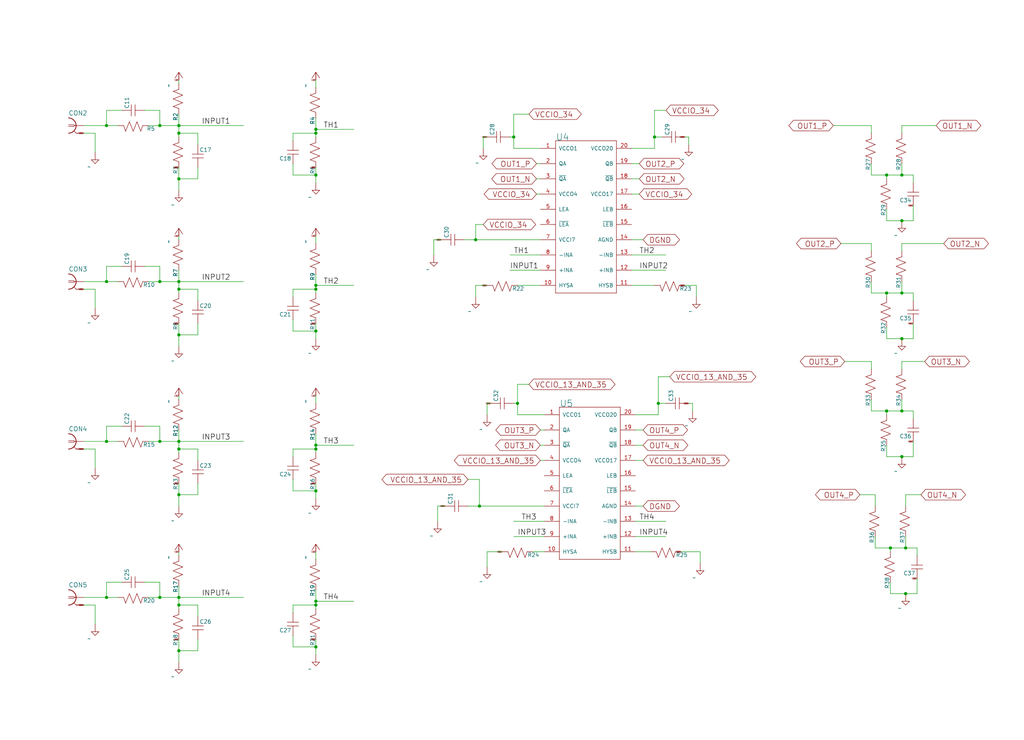
<source format=kicad_sch>
(kicad_sch (version 20211123) (generator eeschema)
  (paper "User" 341.757 246.99)
  (lib_symbols
    (symbol "carrier-eagle-import:+5V" (power) (pin_names (offset 1.016))
      (property "Value" "+5V" (at -2.54 -5.08 90))
      (symbol "+5V_1_0"
        (polyline (pts (xy 0 0) (xy -1.27 -1.905)))
        (polyline (pts (xy 1.27 -1.905) (xy 0 0)))
        (pin power_in line (at 0 -2.54 90) (length 2.54) (name "+5V") (number "1"))
      )
    )
    (symbol "carrier-eagle-import:ADCMP552" (pin_names (offset 1.016))
      (property "Reference" "U" (at -10.16 25.4 0))
      (property "Value" "ADCMP552" (at 2.54 25.4 0))
      (symbol "ADCMP552_1_0"
        (polyline (pts (xy -10.16 -25.4) (xy -10.16 25.4)))
        (polyline (pts (xy -10.16 25.4) (xy 10.16 25.4)))
        (polyline (pts (xy 10.16 -25.4) (xy -10.16 -25.4)))
        (polyline (pts (xy 10.16 25.4) (xy 10.16 -25.4)))
        (pin bidirectional line (at -15.24 22.86 0) (length 5.08) (name "VCCO1") (number "1"))
        (pin bidirectional line (at -15.24 -22.86 0) (length 5.08) (name "HYSA") (number "10"))
        (pin bidirectional line (at 15.24 -22.86 180) (length 5.08) (name "HYSB") (number "11"))
        (pin bidirectional line (at 15.24 -17.78 180) (length 5.08) (name "+INB") (number "12"))
        (pin bidirectional line (at 15.24 -12.7 180) (length 5.08) (name "-INB") (number "13"))
        (pin bidirectional line (at 15.24 -7.62 180) (length 5.08) (name "AGND") (number "14"))
        (pin bidirectional line (at 15.24 -2.54 180) (length 5.08) (name "~{LEB}") (number "15"))
        (pin bidirectional line (at 15.24 2.54 180) (length 5.08) (name "LEB") (number "16"))
        (pin bidirectional line (at 15.24 7.62 180) (length 5.08) (name "VCCO17") (number "17"))
        (pin bidirectional line (at 15.24 12.7 180) (length 5.08) (name "~{QB}") (number "18"))
        (pin bidirectional line (at 15.24 17.78 180) (length 5.08) (name "QB") (number "19"))
        (pin bidirectional line (at -15.24 17.78 0) (length 5.08) (name "QA") (number "2"))
        (pin bidirectional line (at 15.24 22.86 180) (length 5.08) (name "VCCO20") (number "20"))
        (pin bidirectional line (at -15.24 12.7 0) (length 5.08) (name "~{QA}") (number "3"))
        (pin bidirectional line (at -15.24 7.62 0) (length 5.08) (name "VCCO4") (number "4"))
        (pin bidirectional line (at -15.24 2.54 0) (length 5.08) (name "LEA") (number "5"))
        (pin bidirectional line (at -15.24 -2.54 0) (length 5.08) (name "~{LEA}") (number "6"))
        (pin bidirectional line (at -15.24 -7.62 0) (length 5.08) (name "VCCI7") (number "7"))
        (pin bidirectional line (at -15.24 -12.7 0) (length 5.08) (name "-INA") (number "8"))
        (pin bidirectional line (at -15.24 -17.78 0) (length 5.08) (name "+INA") (number "9"))
      )
    )
    (symbol "carrier-eagle-import:BNC_361V504EFT" (pin_names (offset 1.016))
      (property "Reference" "CON" (at -5.08 3.302 0))
      (property "Value" "BNC_361V504EFT" (at -5.08 -5.08 0))
      (symbol "BNC_361V504EFT_1_0"
        (arc (start -5.08 -2.54) (mid -3.2839 -1.7961) (end -2.54 0) (stroke (width 0.254)))
        (arc (start -2.54 0) (mid -3.2839 1.7961) (end -5.08 2.54) (stroke (width 0.254)))
        (polyline (pts (xy -5.08 0.254) (xy -3.302 0.254)))
        (polyline (pts (xy -3.302 -0.254) (xy -5.08 -0.254)))
        (polyline (pts (xy -3.302 0.254) (xy -3.048 0)))
        (polyline (pts (xy -3.048 0) (xy -3.302 -0.254)))
        (polyline (pts (xy -2.54 -2.54) (xy -3.302 -1.778)))
        (polyline (pts (xy -2.54 0) (xy -3.048 0)))
        (pin bidirectional line (at 0 -2.54 180) (length 2.54) (name "2") (number "GND$1"))
        (pin bidirectional line (at 0 -2.54 180) (length 2.54) (name "2") (number "GND$2"))
        (pin passive line (at 0 0 180) (length 2.54) (name "1") (number "P$1"))
      )
    )
    (symbol "carrier-eagle-import:C_MLCC_SMDCMLCC_0603" (pin_names (offset 1.016))
      (property "Reference" "C" (at 0.5588 0.0508 0))
      (property "Value" "C_MLCC_SMDCMLCC_0603" (at 0.5588 -4.3688 0))
      (symbol "C_MLCC_SMDCMLCC_0603_1_0"
        (polyline (pts (xy -1.905 -1.905) (xy 0 -1.905)))
        (polyline (pts (xy 0 -1.905) (xy 0 -5.08)))
        (polyline (pts (xy 0 -1.905) (xy 1.905 -1.905)))
        (polyline (pts (xy 0 -0.635) (xy -1.905 -0.635)))
        (polyline (pts (xy 0 -0.635) (xy 0 2.54)))
        (polyline (pts (xy 1.905 -0.635) (xy 0 -0.635)))
        (pin passive line (at 0 2.54 270) (length 0) (name "1") (number "P$1"))
        (pin passive line (at 0 -5.08 90) (length 0) (name "2") (number "P$2"))
      )
    )
    (symbol "carrier-eagle-import:DGND" (power) (pin_names (offset 1.016))
      (property "Value" "DGND" (at -2.667 -3.175 0))
      (symbol "DGND_1_0"
        (polyline (pts (xy -1.27 0) (xy 1.27 0)))
        (polyline (pts (xy 0 -1.27) (xy -1.27 0)))
        (polyline (pts (xy 1.27 0) (xy 0 -1.27)))
        (pin power_in line (at 0 2.54 270) (length 2.54) (name "DGND") (number "1"))
      )
    )
    (symbol "carrier-eagle-import:R_SMDR0603" (pin_names (offset 1.016))
      (property "Reference" "R" (at -7.2898 0.3048 0))
      (property "Value" "R_SMDR0603" (at 3.3274 0.3048 0))
      (symbol "R_SMDR0603_1_0"
        (polyline (pts (xy -3.175 0) (xy -5.08 0)))
        (polyline (pts (xy -2.54 1.905) (xy -3.175 0)))
        (polyline (pts (xy -2.54 1.905) (xy -1.27 -1.27)))
        (polyline (pts (xy -1.27 -1.27) (xy 0 1.905)))
        (polyline (pts (xy 0 1.905) (xy 1.27 -1.27)))
        (polyline (pts (xy 1.27 -1.27) (xy 2.54 1.905)))
        (polyline (pts (xy 2.54 1.905) (xy 3.175 0)))
        (polyline (pts (xy 3.175 0) (xy 5.08 0)))
        (pin passive line (at -5.08 0 0) (length 0) (name "1") (number "P$1"))
        (pin passive line (at 5.08 0 180) (length 0) (name "2") (number "P$2"))
      )
    )
  )
  (junction (at 105.41 148.59))
  (junction (at 295.91 137.16))
  (junction (at 59.69 44.45))
  (junction (at 295.91 97.79))
  (junction (at 59.69 41.91))
  (junction (at 300.99 152.4))
  (junction (at 59.69 59.69))
  (junction (at 302.26 198.12))
  (junction (at 105.41 215.9))
  (junction (at 160.02 168.91))
  (junction (at 59.69 199.39))
  (junction (at 59.69 147.32))
  (junction (at 105.41 149.86))
  (junction (at 105.41 44.45))
  (junction (at 59.69 201.93))
  (junction (at 300.99 113.03))
  (junction (at 105.41 43.18))
  (junction (at 53.34 199.39))
  (junction (at 59.69 149.86))
  (junction (at 302.26 182.88))
  (junction (at 105.41 95.25))
  (junction (at 59.69 165.1))
  (junction (at 53.34 93.98))
  (junction (at 59.69 93.98))
  (junction (at 35.56 41.91))
  (junction (at 158.75 80.01))
  (junction (at 300.99 137.16))
  (junction (at 171.45 45.72))
  (junction (at 53.34 147.32))
  (junction (at 300.99 97.79))
  (junction (at 105.41 201.93))
  (junction (at 105.41 200.66))
  (junction (at 35.56 199.39))
  (junction (at 300.99 73.66))
  (junction (at 105.41 58.42))
  (junction (at 295.91 58.42))
  (junction (at 105.41 110.49))
  (junction (at 59.69 111.76))
  (junction (at 218.44 45.72))
  (junction (at 59.69 217.17))
  (junction (at 105.41 96.52))
  (junction (at 53.34 41.91))
  (junction (at 300.99 58.42))
  (junction (at 219.71 134.62))
  (junction (at 35.56 147.32))
  (junction (at 172.72 134.62))
  (junction (at 105.41 163.83))
  (junction (at 35.56 93.98))
  (junction (at 297.18 182.88))
  (junction (at 59.69 96.52))
  (wire (pts (xy 66.04 165.1) (xy 59.69 165.1)))
  (wire (pts (xy 290.83 83.82) (xy 290.83 81.28)))
  (wire (pts (xy 297.18 198.12) (xy 297.18 194.31)))
  (wire (pts (xy 97.79 212.09) (xy 97.79 215.9)))
  (wire (pts (xy 180.34 59.69) (xy 179.07 59.69)))
  (wire (pts (xy 304.8 107.95) (xy 304.8 113.03)))
  (wire (pts (xy 59.69 59.69) (xy 59.69 63.5)))
  (wire (pts (xy 59.69 201.93) (xy 59.69 203.2)))
  (wire (pts (xy 105.41 184.15) (xy 105.41 186.69)))
  (wire (pts (xy 158.75 74.93) (xy 161.29 74.93)))
  (wire (pts (xy 300.99 123.19) (xy 300.99 120.65)))
  (wire (pts (xy 105.41 91.44) (xy 105.41 95.25)))
  (wire (pts (xy 156.21 160.02) (xy 160.02 160.02)))
  (wire (pts (xy 59.69 93.98) (xy 59.69 96.52)))
  (wire (pts (xy 171.45 45.72) (xy 171.45 49.53)))
  (wire (pts (xy 228.6 95.25) (xy 232.41 95.25)))
  (wire (pts (xy 97.79 152.4) (xy 97.79 149.86)))
  (wire (pts (xy 59.69 44.45) (xy 59.69 45.72)))
  (wire (pts (xy 180.34 90.17) (xy 170.18 90.17)))
  (wire (pts (xy 105.41 44.45) (xy 105.41 45.72)))
  (wire (pts (xy 27.94 44.45) (xy 31.75 44.45)))
  (wire (pts (xy 171.45 134.62) (xy 172.72 134.62)))
  (wire (pts (xy 212.09 153.67) (xy 214.63 153.67)))
  (wire (pts (xy 218.44 45.72) (xy 220.98 45.72)))
  (wire (pts (xy 229.87 134.62) (xy 231.14 134.62)))
  (wire (pts (xy 59.69 147.32) (xy 81.28 147.32)))
  (wire (pts (xy 219.71 138.43) (xy 212.09 138.43)))
  (wire (pts (xy 148.59 168.91) (xy 146.05 168.91)))
  (wire (pts (xy 210.82 64.77) (xy 213.36 64.77)))
  (wire (pts (xy 158.75 80.01) (xy 158.75 74.93)))
  (wire (pts (xy 105.41 43.18) (xy 118.11 43.18)))
  (wire (pts (xy 302.26 182.88) (xy 297.18 182.88)))
  (wire (pts (xy 53.34 142.24) (xy 53.34 147.32)))
  (wire (pts (xy 292.1 182.88) (xy 297.18 182.88)))
  (wire (pts (xy 304.8 97.79) (xy 304.8 100.33)))
  (wire (pts (xy 97.79 110.49) (xy 105.41 110.49)))
  (wire (pts (xy 66.04 217.17) (xy 59.69 217.17)))
  (wire (pts (xy 105.41 132.08) (xy 105.41 134.62)))
  (wire (pts (xy 59.69 41.91) (xy 59.69 44.45)))
  (wire (pts (xy 66.04 213.36) (xy 66.04 217.17)))
  (wire (pts (xy 181.61 148.59) (xy 180.34 148.59)))
  (wire (pts (xy 180.34 80.01) (xy 158.75 80.01)))
  (wire (pts (xy 105.41 196.85) (xy 105.41 200.66)))
  (wire (pts (xy 181.61 184.15) (xy 177.8 184.15)))
  (wire (pts (xy 290.83 133.35) (xy 290.83 137.16)))
  (wire (pts (xy 97.79 160.02) (xy 97.79 163.83)))
  (wire (pts (xy 163.83 134.62) (xy 162.56 134.62)))
  (wire (pts (xy 300.99 97.79) (xy 304.8 97.79)))
  (wire (pts (xy 180.34 85.09) (xy 170.18 85.09)))
  (wire (pts (xy 304.8 152.4) (xy 300.99 152.4)))
  (wire (pts (xy 49.53 147.32) (xy 53.34 147.32)))
  (wire (pts (xy 27.94 96.52) (xy 31.75 96.52)))
  (wire (pts (xy 53.34 194.31) (xy 53.34 199.39)))
  (wire (pts (xy 59.69 38.1) (xy 59.69 41.91)))
  (wire (pts (xy 105.41 144.78) (xy 105.41 148.59)))
  (wire (pts (xy 295.91 58.42) (xy 295.91 59.69)))
  (wire (pts (xy 295.91 113.03) (xy 295.91 109.22)))
  (wire (pts (xy 304.8 147.32) (xy 304.8 152.4)))
  (wire (pts (xy 171.45 49.53) (xy 180.34 49.53)))
  (wire (pts (xy 210.82 80.01) (xy 214.63 80.01)))
  (wire (pts (xy 59.69 41.91) (xy 81.28 41.91)))
  (wire (pts (xy 290.83 81.28) (xy 280.67 81.28)))
  (wire (pts (xy 59.69 44.45) (xy 66.04 44.45)))
  (wire (pts (xy 172.72 128.27) (xy 172.72 134.62)))
  (wire (pts (xy 290.83 137.16) (xy 295.91 137.16)))
  (wire (pts (xy 105.41 95.25) (xy 118.11 95.25)))
  (wire (pts (xy 304.8 113.03) (xy 300.99 113.03)))
  (wire (pts (xy 59.69 143.51) (xy 59.69 147.32)))
  (wire (pts (xy 290.83 44.45) (xy 290.83 41.91)))
  (wire (pts (xy 300.99 58.42) (xy 304.8 58.42)))
  (wire (pts (xy 302.26 179.07) (xy 302.26 182.88)))
  (wire (pts (xy 181.61 168.91) (xy 160.02 168.91)))
  (wire (pts (xy 59.69 111.76) (xy 59.69 115.57)))
  (wire (pts (xy 295.91 137.16) (xy 295.91 138.43)))
  (wire (pts (xy 223.52 125.73) (xy 219.71 125.73)))
  (wire (pts (xy 105.41 78.74) (xy 105.41 81.28)))
  (wire (pts (xy 105.41 213.36) (xy 105.41 215.9)))
  (wire (pts (xy 105.41 148.59) (xy 118.11 148.59)))
  (wire (pts (xy 35.56 41.91) (xy 39.37 41.91)))
  (wire (pts (xy 302.26 165.1) (xy 307.34 165.1)))
  (wire (pts (xy 105.41 201.93) (xy 105.41 203.2)))
  (wire (pts (xy 59.69 217.17) (xy 59.69 220.98)))
  (wire (pts (xy 59.69 149.86) (xy 59.69 151.13)))
  (wire (pts (xy 59.69 78.74) (xy 59.69 80.01)))
  (wire (pts (xy 31.75 149.86) (xy 31.75 156.21)))
  (wire (pts (xy 105.41 39.37) (xy 105.41 43.18)))
  (wire (pts (xy 292.1 168.91) (xy 292.1 165.1)))
  (wire (pts (xy 162.56 184.15) (xy 162.56 189.23)))
  (wire (pts (xy 66.04 55.88) (xy 66.04 59.69)))
  (wire (pts (xy 48.26 194.31) (xy 53.34 194.31)))
  (wire (pts (xy 300.99 93.98) (xy 300.99 97.79)))
  (wire (pts (xy 300.99 137.16) (xy 304.8 137.16)))
  (wire (pts (xy 228.6 45.72) (xy 229.87 45.72)))
  (wire (pts (xy 162.56 45.72) (xy 161.29 45.72)))
  (wire (pts (xy 302.26 182.88) (xy 306.07 182.88)))
  (wire (pts (xy 300.99 44.45) (xy 300.99 41.91)))
  (wire (pts (xy 97.79 106.68) (xy 97.79 110.49)))
  (wire (pts (xy 105.41 107.95) (xy 105.41 110.49)))
  (wire (pts (xy 59.69 199.39) (xy 81.28 199.39)))
  (wire (pts (xy 219.71 134.62) (xy 219.71 138.43)))
  (wire (pts (xy 53.34 88.9) (xy 53.34 93.98)))
  (wire (pts (xy 59.69 132.08) (xy 59.69 133.35)))
  (wire (pts (xy 304.8 73.66) (xy 300.99 73.66)))
  (wire (pts (xy 180.34 54.61) (xy 179.07 54.61)))
  (wire (pts (xy 35.56 147.32) (xy 39.37 147.32)))
  (wire (pts (xy 170.18 45.72) (xy 171.45 45.72)))
  (wire (pts (xy 105.41 148.59) (xy 105.41 149.86)))
  (wire (pts (xy 66.04 161.29) (xy 66.04 165.1)))
  (wire (pts (xy 158.75 95.25) (xy 158.75 99.06)))
  (wire (pts (xy 105.41 163.83) (xy 105.41 166.37)))
  (wire (pts (xy 212.09 168.91) (xy 214.63 168.91)))
  (wire (pts (xy 300.99 58.42) (xy 295.91 58.42)))
  (wire (pts (xy 40.64 88.9) (xy 35.56 88.9)))
  (wire (pts (xy 210.82 95.25) (xy 218.44 95.25)))
  (wire (pts (xy 59.69 96.52) (xy 66.04 96.52)))
  (wire (pts (xy 181.61 179.07) (xy 171.45 179.07)))
  (wire (pts (xy 53.34 93.98) (xy 59.69 93.98)))
  (wire (pts (xy 97.79 201.93) (xy 105.41 201.93)))
  (wire (pts (xy 66.04 111.76) (xy 59.69 111.76)))
  (wire (pts (xy 105.41 96.52) (xy 105.41 97.79)))
  (wire (pts (xy 105.41 200.66) (xy 105.41 201.93)))
  (wire (pts (xy 218.44 36.83) (xy 222.25 36.83)))
  (wire (pts (xy 144.78 80.01) (xy 144.78 85.09)))
  (wire (pts (xy 31.75 44.45) (xy 31.75 50.8)))
  (wire (pts (xy 290.83 41.91) (xy 278.13 41.91)))
  (wire (pts (xy 59.69 213.36) (xy 59.69 217.17)))
  (wire (pts (xy 300.99 41.91) (xy 312.42 41.91)))
  (wire (pts (xy 66.04 44.45) (xy 66.04 48.26)))
  (wire (pts (xy 97.79 58.42) (xy 105.41 58.42)))
  (wire (pts (xy 304.8 137.16) (xy 304.8 139.7)))
  (wire (pts (xy 219.71 125.73) (xy 219.71 134.62)))
  (wire (pts (xy 300.99 54.61) (xy 300.99 58.42)))
  (wire (pts (xy 31.75 201.93) (xy 31.75 208.28)))
  (wire (pts (xy 49.53 199.39) (xy 53.34 199.39)))
  (wire (pts (xy 181.61 143.51) (xy 180.34 143.51)))
  (wire (pts (xy 290.83 93.98) (xy 290.83 97.79)))
  (wire (pts (xy 105.41 215.9) (xy 105.41 218.44)))
  (wire (pts (xy 59.69 161.29) (xy 59.69 165.1)))
  (wire (pts (xy 290.83 120.65) (xy 281.94 120.65)))
  (wire (pts (xy 218.44 49.53) (xy 210.82 49.53)))
  (wire (pts (xy 233.68 184.15) (xy 233.68 187.96)))
  (wire (pts (xy 210.82 59.69) (xy 213.36 59.69)))
  (wire (pts (xy 300.99 113.03) (xy 295.91 113.03)))
  (wire (pts (xy 302.26 168.91) (xy 302.26 165.1)))
  (wire (pts (xy 97.79 44.45) (xy 105.41 44.45)))
  (wire (pts (xy 59.69 90.17) (xy 59.69 93.98)))
  (wire (pts (xy 59.69 107.95) (xy 59.69 111.76)))
  (wire (pts (xy 59.69 195.58) (xy 59.69 199.39)))
  (wire (pts (xy 66.04 201.93) (xy 66.04 205.74)))
  (wire (pts (xy 105.41 95.25) (xy 105.41 96.52)))
  (wire (pts (xy 105.41 110.49) (xy 105.41 113.03)))
  (wire (pts (xy 306.07 193.04) (xy 306.07 198.12)))
  (wire (pts (xy 171.45 38.1) (xy 176.53 38.1)))
  (wire (pts (xy 59.69 96.52) (xy 59.69 97.79)))
  (wire (pts (xy 27.94 93.98) (xy 35.56 93.98)))
  (wire (pts (xy 218.44 45.72) (xy 218.44 49.53)))
  (wire (pts (xy 212.09 143.51) (xy 214.63 143.51)))
  (wire (pts (xy 48.26 142.24) (xy 53.34 142.24)))
  (wire (pts (xy 31.75 96.52) (xy 31.75 102.87)))
  (wire (pts (xy 172.72 134.62) (xy 172.72 138.43)))
  (wire (pts (xy 300.99 137.16) (xy 295.91 137.16)))
  (wire (pts (xy 160.02 160.02) (xy 160.02 168.91)))
  (wire (pts (xy 212.09 184.15) (xy 217.17 184.15)))
  (wire (pts (xy 222.25 179.07) (xy 212.09 179.07)))
  (wire (pts (xy 66.04 59.69) (xy 59.69 59.69)))
  (wire (pts (xy 105.41 26.67) (xy 105.41 29.21)))
  (wire (pts (xy 53.34 147.32) (xy 59.69 147.32)))
  (wire (pts (xy 162.56 134.62) (xy 162.56 138.43)))
  (wire (pts (xy 290.83 123.19) (xy 290.83 120.65)))
  (wire (pts (xy 27.94 199.39) (xy 35.56 199.39)))
  (wire (pts (xy 232.41 95.25) (xy 232.41 99.06)))
  (wire (pts (xy 48.26 88.9) (xy 53.34 88.9)))
  (wire (pts (xy 49.53 41.91) (xy 53.34 41.91)))
  (wire (pts (xy 97.79 149.86) (xy 105.41 149.86)))
  (wire (pts (xy 53.34 36.83) (xy 53.34 41.91)))
  (wire (pts (xy 306.07 182.88) (xy 306.07 185.42)))
  (wire (pts (xy 210.82 54.61) (xy 213.36 54.61)))
  (wire (pts (xy 105.41 149.86) (xy 105.41 151.13)))
  (wire (pts (xy 300.99 83.82) (xy 300.99 81.28)))
  (wire (pts (xy 27.94 41.91) (xy 35.56 41.91)))
  (wire (pts (xy 295.91 97.79) (xy 295.91 99.06)))
  (wire (pts (xy 171.45 38.1) (xy 171.45 45.72)))
  (wire (pts (xy 295.91 152.4) (xy 295.91 148.59)))
  (wire (pts (xy 59.69 199.39) (xy 59.69 201.93)))
  (wire (pts (xy 227.33 184.15) (xy 233.68 184.15)))
  (wire (pts (xy 59.69 147.32) (xy 59.69 149.86)))
  (wire (pts (xy 66.04 107.95) (xy 66.04 111.76)))
  (wire (pts (xy 27.94 149.86) (xy 31.75 149.86)))
  (wire (pts (xy 162.56 95.25) (xy 158.75 95.25)))
  (wire (pts (xy 97.79 99.06) (xy 97.79 96.52)))
  (wire (pts (xy 40.64 36.83) (xy 35.56 36.83)))
  (wire (pts (xy 306.07 198.12) (xy 302.26 198.12)))
  (wire (pts (xy 27.94 147.32) (xy 35.56 147.32)))
  (wire (pts (xy 35.56 36.83) (xy 35.56 41.91)))
  (wire (pts (xy 59.69 184.15) (xy 59.69 185.42)))
  (wire (pts (xy 292.1 179.07) (xy 292.1 182.88)))
  (wire (pts (xy 304.8 68.58) (xy 304.8 73.66)))
  (wire (pts (xy 59.69 149.86) (xy 66.04 149.86)))
  (wire (pts (xy 160.02 168.91) (xy 156.21 168.91)))
  (wire (pts (xy 35.56 142.24) (xy 35.56 147.32)))
  (wire (pts (xy 105.41 43.18) (xy 105.41 44.45)))
  (wire (pts (xy 48.26 36.83) (xy 53.34 36.83)))
  (wire (pts (xy 210.82 85.09) (xy 222.25 85.09)))
  (wire (pts (xy 292.1 165.1) (xy 287.02 165.1)))
  (wire (pts (xy 300.99 152.4) (xy 295.91 152.4)))
  (wire (pts (xy 167.64 184.15) (xy 162.56 184.15)))
  (wire (pts (xy 176.53 128.27) (xy 172.72 128.27)))
  (wire (pts (xy 59.69 93.98) (xy 81.28 93.98)))
  (wire (pts (xy 210.82 90.17) (xy 222.25 90.17)))
  (wire (pts (xy 35.56 88.9) (xy 35.56 93.98)))
  (wire (pts (xy 59.69 26.67) (xy 59.69 27.94)))
  (wire (pts (xy 40.64 194.31) (xy 35.56 194.31)))
  (wire (pts (xy 212.09 148.59) (xy 214.63 148.59)))
  (wire (pts (xy 172.72 138.43) (xy 181.61 138.43)))
  (wire (pts (xy 290.83 58.42) (xy 295.91 58.42)))
  (wire (pts (xy 158.75 80.01) (xy 154.94 80.01)))
  (wire (pts (xy 59.69 165.1) (xy 59.69 168.91)))
  (wire (pts (xy 105.41 161.29) (xy 105.41 163.83)))
  (wire (pts (xy 180.34 95.25) (xy 172.72 95.25)))
  (wire (pts (xy 290.83 54.61) (xy 290.83 58.42)))
  (wire (pts (xy 105.41 55.88) (xy 105.41 58.42)))
  (wire (pts (xy 297.18 182.88) (xy 297.18 184.15)))
  (wire (pts (xy 218.44 36.83) (xy 218.44 45.72)))
  (wire (pts (xy 222.25 173.99) (xy 212.09 173.99)))
  (wire (pts (xy 97.79 54.61) (xy 97.79 58.42)))
  (wire (pts (xy 300.99 73.66) (xy 295.91 73.66)))
  (wire (pts (xy 97.79 204.47) (xy 97.79 201.93)))
  (wire (pts (xy 181.61 173.99) (xy 171.45 173.99)))
  (wire (pts (xy 59.69 55.88) (xy 59.69 59.69)))
  (wire (pts (xy 180.34 64.77) (xy 179.07 64.77)))
  (wire (pts (xy 53.34 199.39) (xy 59.69 199.39)))
  (wire (pts (xy 146.05 168.91) (xy 146.05 173.99)))
  (wire (pts (xy 66.04 149.86) (xy 66.04 153.67)))
  (wire (pts (xy 97.79 96.52) (xy 105.41 96.52)))
  (wire (pts (xy 295.91 73.66) (xy 295.91 69.85)))
  (wire (pts (xy 53.34 41.91) (xy 59.69 41.91)))
  (wire (pts (xy 219.71 134.62) (xy 222.25 134.62)))
  (wire (pts (xy 147.32 80.01) (xy 144.78 80.01)))
  (wire (pts (xy 105.41 58.42) (xy 105.41 60.96)))
  (wire (pts (xy 35.56 194.31) (xy 35.56 199.39)))
  (wire (pts (xy 66.04 96.52) (xy 66.04 100.33)))
  (wire (pts (xy 35.56 93.98) (xy 39.37 93.98)))
  (wire (pts (xy 161.29 45.72) (xy 161.29 49.53)))
  (wire (pts (xy 290.83 97.79) (xy 295.91 97.79)))
  (wire (pts (xy 59.69 201.93) (xy 66.04 201.93)))
  (wire (pts (xy 97.79 46.99) (xy 97.79 44.45)))
  (wire (pts (xy 105.41 200.66) (xy 118.11 200.66)))
  (wire (pts (xy 300.99 133.35) (xy 300.99 137.16)))
  (wire (pts (xy 97.79 215.9) (xy 105.41 215.9)))
  (wire (pts (xy 27.94 201.93) (xy 31.75 201.93)))
  (wire (pts (xy 229.87 45.72) (xy 229.87 48.26)))
  (wire (pts (xy 302.26 198.12) (xy 297.18 198.12)))
  (wire (pts (xy 97.79 163.83) (xy 105.41 163.83)))
  (wire (pts (xy 35.56 199.39) (xy 39.37 199.39)))
  (wire (pts (xy 304.8 58.42) (xy 304.8 60.96)))
  (wire (pts (xy 181.61 153.67) (xy 180.34 153.67)))
  (wire (pts (xy 231.14 134.62) (xy 231.14 137.16)))
  (wire (pts (xy 300.99 97.79) (xy 295.91 97.79)))
  (wire (pts (xy 300.99 81.28) (xy 314.96 81.28)))
  (wire (pts (xy 300.99 120.65) (xy 308.61 120.65)))
  (wire (pts (xy 40.64 142.24) (xy 35.56 142.24)))
  (wire (pts (xy 49.53 93.98) (xy 53.34 93.98)))
  (label "TH1" (at 171.45 85.09 0) (effects (font (size 1.778 1.778))))
  (label "INPUT2" (at 213.36 90.17 0) (effects (font (size 1.778 1.778))))
  (label "TH4" (at 107.95 200.66 0) (effects (font (size 1.778 1.778))))
  (label "TH2" (at 213.36 85.09 0) (effects (font (size 1.778 1.778))))
  (label "TH2" (at 107.95 95.25 0) (effects (font (size 1.778 1.778))))
  (label "TH3" (at 173.99 173.99 0) (effects (font (size 1.778 1.778))))
  (label "INPUT3" (at 172.72 179.07 0) (effects (font (size 1.778 1.778))))
  (label "TH1" (at 107.95 43.18 0) (effects (font (size 1.778 1.778))))
  (label "INPUT1" (at 170.18 90.17 0) (effects (font (size 1.778 1.778))))
  (label "INPUT4" (at 67.31 199.39 0) (effects (font (size 1.778 1.778))))
  (label "TH3" (at 107.95 148.59 0) (effects (font (size 1.778 1.778))))
  (label "INPUT4" (at 213.36 179.07 0) (effects (font (size 1.778 1.778))))
  (label "TH4" (at 213.36 173.99 0) (effects (font (size 1.778 1.778))))
  (label "INPUT2" (at 67.31 93.98 0) (effects (font (size 1.778 1.778))))
  (label "INPUT3" (at 67.31 147.32 0) (effects (font (size 1.778 1.778))))
  (label "INPUT1" (at 67.31 41.91 0) (effects (font (size 1.778 1.778))))
  (global_label "OUT4_N" (shape bidirectional) (at 307.34 165.1 0) (effects (font (size 1.778 1.778))) (property "Intersheet References" "${INTERSHEET_REFS}" (effects hide)))
  (global_label "+5V" (shape bidirectional) (at 105.41 26.67 180) (effects (font (size 0.254 0.254))) (property "Intersheet References" "${INTERSHEET_REFS}" (effects hide)))
  (global_label "VCCIO_13_AND_35" (shape bidirectional) (at 176.53 128.27 0) (effects (font (size 1.778 1.778))) (property "Intersheet References" "${INTERSHEET_REFS}" (effects hide)))
  (global_label "DGND" (shape bidirectional) (at 227.33 184.15 180) (effects (font (size 0.254 0.254))) (property "Intersheet References" "${INTERSHEET_REFS}" (effects hide)))
  (global_label "DGND" (shape bidirectional) (at 148.59 168.91 180) (effects (font (size 0.254 0.254))) (property "Intersheet References" "${INTERSHEET_REFS}" (effects hide)))
  (global_label "+5V" (shape bidirectional) (at 105.41 78.74 180) (effects (font (size 0.254 0.254))) (property "Intersheet References" "${INTERSHEET_REFS}" (effects hide)))
  (global_label "VCCIO_34" (shape bidirectional) (at 213.36 64.77 0) (effects (font (size 1.778 1.778))) (property "Intersheet References" "${INTERSHEET_REFS}" (effects hide)))
  (global_label "DGND" (shape bidirectional) (at 105.41 161.29 180) (effects (font (size 0.254 0.254))) (property "Intersheet References" "${INTERSHEET_REFS}" (effects hide)))
  (global_label "VCCIO_34" (shape bidirectional) (at 176.53 38.1 0) (effects (font (size 1.778 1.778))) (property "Intersheet References" "${INTERSHEET_REFS}" (effects hide)))
  (global_label "VCCIO_13_AND_35" (shape bidirectional) (at 223.52 125.73 0) (effects (font (size 1.778 1.778))) (property "Intersheet References" "${INTERSHEET_REFS}" (effects hide)))
  (global_label "VCCIO_34" (shape bidirectional) (at 161.29 74.93 0) (effects (font (size 1.778 1.778))) (property "Intersheet References" "${INTERSHEET_REFS}" (effects hide)))
  (global_label "OUT4_N" (shape bidirectional) (at 214.63 148.59 0) (effects (font (size 1.778 1.778))) (property "Intersheet References" "${INTERSHEET_REFS}" (effects hide)))
  (global_label "OUT2_P" (shape bidirectional) (at 280.67 81.28 180) (effects (font (size 1.778 1.778))) (property "Intersheet References" "${INTERSHEET_REFS}" (effects hide)))
  (global_label "+5V" (shape bidirectional) (at 59.69 78.74 180) (effects (font (size 0.254 0.254))) (property "Intersheet References" "${INTERSHEET_REFS}" (effects hide)))
  (global_label "OUT3_P" (shape bidirectional) (at 180.34 143.51 180) (effects (font (size 1.778 1.778))) (property "Intersheet References" "${INTERSHEET_REFS}" (effects hide)))
  (global_label "OUT1_P" (shape bidirectional) (at 278.13 41.91 180) (effects (font (size 1.778 1.778))) (property "Intersheet References" "${INTERSHEET_REFS}" (effects hide)))
  (global_label "+5V" (shape bidirectional) (at 59.69 132.08 180) (effects (font (size 0.254 0.254))) (property "Intersheet References" "${INTERSHEET_REFS}" (effects hide)))
  (global_label "DGND" (shape bidirectional) (at 304.8 147.32 180) (effects (font (size 0.254 0.254))) (property "Intersheet References" "${INTERSHEET_REFS}" (effects hide)))
  (global_label "+5V" (shape bidirectional) (at 105.41 132.08 180) (effects (font (size 0.254 0.254))) (property "Intersheet References" "${INTERSHEET_REFS}" (effects hide)))
  (global_label "DGND" (shape bidirectional) (at 214.63 168.91 0) (effects (font (size 1.778 1.778))) (property "Intersheet References" "${INTERSHEET_REFS}" (effects hide)))
  (global_label "OUT2_P" (shape bidirectional) (at 213.36 54.61 0) (effects (font (size 1.778 1.778))) (property "Intersheet References" "${INTERSHEET_REFS}" (effects hide)))
  (global_label "DGND" (shape bidirectional) (at 105.41 107.95 180) (effects (font (size 0.254 0.254))) (property "Intersheet References" "${INTERSHEET_REFS}" (effects hide)))
  (global_label "DGND" (shape bidirectional) (at 59.69 213.36 180) (effects (font (size 0.254 0.254))) (property "Intersheet References" "${INTERSHEET_REFS}" (effects hide)))
  (global_label "DGND" (shape bidirectional) (at 59.69 161.29 180) (effects (font (size 0.254 0.254))) (property "Intersheet References" "${INTERSHEET_REFS}" (effects hide)))
  (global_label "OUT1_N" (shape bidirectional) (at 312.42 41.91 0) (effects (font (size 1.778 1.778))) (property "Intersheet References" "${INTERSHEET_REFS}" (effects hide)))
  (global_label "OUT2_N" (shape bidirectional) (at 213.36 59.69 0) (effects (font (size 1.778 1.778))) (property "Intersheet References" "${INTERSHEET_REFS}" (effects hide)))
  (global_label "OUT1_N" (shape bidirectional) (at 179.07 59.69 180) (effects (font (size 1.778 1.778))) (property "Intersheet References" "${INTERSHEET_REFS}" (effects hide)))
  (global_label "VCCIO_13_AND_35" (shape bidirectional) (at 180.34 153.67 180) (effects (font (size 1.778 1.778))) (property "Intersheet References" "${INTERSHEET_REFS}" (effects hide)))
  (global_label "VCCIO_34" (shape bidirectional) (at 179.07 64.77 180) (effects (font (size 1.778 1.778))) (property "Intersheet References" "${INTERSHEET_REFS}" (effects hide)))
  (global_label "DGND" (shape bidirectional) (at 304.8 68.58 180) (effects (font (size 0.254 0.254))) (property "Intersheet References" "${INTERSHEET_REFS}" (effects hide)))
  (global_label "DGND" (shape bidirectional) (at 229.87 134.62 180) (effects (font (size 0.254 0.254))) (property "Intersheet References" "${INTERSHEET_REFS}" (effects hide)))
  (global_label "DGND" (shape bidirectional) (at 304.8 107.95 180) (effects (font (size 0.254 0.254))) (property "Intersheet References" "${INTERSHEET_REFS}" (effects hide)))
  (global_label "OUT4_P" (shape bidirectional) (at 287.02 165.1 180) (effects (font (size 1.778 1.778))) (property "Intersheet References" "${INTERSHEET_REFS}" (effects hide)))
  (global_label "+5V" (shape bidirectional) (at 59.69 184.15 180) (effects (font (size 0.254 0.254))) (property "Intersheet References" "${INTERSHEET_REFS}" (effects hide)))
  (global_label "OUT4_P" (shape bidirectional) (at 214.63 143.51 0) (effects (font (size 1.778 1.778))) (property "Intersheet References" "${INTERSHEET_REFS}" (effects hide)))
  (global_label "DGND" (shape bidirectional) (at 228.6 45.72 180) (effects (font (size 0.254 0.254))) (property "Intersheet References" "${INTERSHEET_REFS}" (effects hide)))
  (global_label "DGND" (shape bidirectional) (at 214.63 80.01 0) (effects (font (size 1.778 1.778))) (property "Intersheet References" "${INTERSHEET_REFS}" (effects hide)))
  (global_label "+5V" (shape bidirectional) (at 105.41 184.15 180) (effects (font (size 0.254 0.254))) (property "Intersheet References" "${INTERSHEET_REFS}" (effects hide)))
  (global_label "VCCIO_34" (shape bidirectional) (at 222.25 36.83 0) (effects (font (size 1.778 1.778))) (property "Intersheet References" "${INTERSHEET_REFS}" (effects hide)))
  (global_label "OUT3_N" (shape bidirectional) (at 308.61 120.65 0) (effects (font (size 1.778 1.778))) (property "Intersheet References" "${INTERSHEET_REFS}" (effects hide)))
  (global_label "DGND" (shape bidirectional) (at 105.41 55.88 180) (effects (font (size 0.254 0.254))) (property "Intersheet References" "${INTERSHEET_REFS}" (effects hide)))
  (global_label "DGND" (shape bidirectional) (at 105.41 213.36 180) (effects (font (size 0.254 0.254))) (property "Intersheet References" "${INTERSHEET_REFS}" (effects hide)))
  (global_label "OUT3_N" (shape bidirectional) (at 180.34 148.59 180) (effects (font (size 1.778 1.778))) (property "Intersheet References" "${INTERSHEET_REFS}" (effects hide)))
  (global_label "DGND" (shape bidirectional) (at 27.94 201.93 180) (effects (font (size 0.254 0.254))) (property "Intersheet References" "${INTERSHEET_REFS}" (effects hide)))
  (global_label "DGND" (shape bidirectional) (at 59.69 107.95 180) (effects (font (size 0.254 0.254))) (property "Intersheet References" "${INTERSHEET_REFS}" (effects hide)))
  (global_label "DGND" (shape bidirectional) (at 27.94 44.45 180) (effects (font (size 0.254 0.254))) (property "Intersheet References" "${INTERSHEET_REFS}" (effects hide)))
  (global_label "DGND" (shape bidirectional) (at 167.64 184.15 180) (effects (font (size 0.254 0.254))) (property "Intersheet References" "${INTERSHEET_REFS}" (effects hide)))
  (global_label "OUT2_N" (shape bidirectional) (at 314.96 81.28 0) (effects (font (size 1.778 1.778))) (property "Intersheet References" "${INTERSHEET_REFS}" (effects hide)))
  (global_label "DGND" (shape bidirectional) (at 163.83 134.62 180) (effects (font (size 0.254 0.254))) (property "Intersheet References" "${INTERSHEET_REFS}" (effects hide)))
  (global_label "VCCIO_13_AND_35" (shape bidirectional) (at 156.21 160.02 180) (effects (font (size 1.778 1.778))) (property "Intersheet References" "${INTERSHEET_REFS}" (effects hide)))
  (global_label "DGND" (shape bidirectional) (at 147.32 80.01 180) (effects (font (size 0.254 0.254))) (property "Intersheet References" "${INTERSHEET_REFS}" (effects hide)))
  (global_label "DGND" (shape bidirectional) (at 306.07 193.04 180) (effects (font (size 0.254 0.254))) (property "Intersheet References" "${INTERSHEET_REFS}" (effects hide)))
  (global_label "+5V" (shape bidirectional) (at 59.69 26.67 180) (effects (font (size 0.254 0.254))) (property "Intersheet References" "${INTERSHEET_REFS}" (effects hide)))
  (global_label "DGND" (shape bidirectional) (at 27.94 149.86 180) (effects (font (size 0.254 0.254))) (property "Intersheet References" "${INTERSHEET_REFS}" (effects hide)))
  (global_label "DGND" (shape bidirectional) (at 228.6 95.25 180) (effects (font (size 0.254 0.254))) (property "Intersheet References" "${INTERSHEET_REFS}" (effects hide)))
  (global_label "VCCIO_13_AND_35" (shape bidirectional) (at 214.63 153.67 0) (effects (font (size 1.778 1.778))) (property "Intersheet References" "${INTERSHEET_REFS}" (effects hide)))
  (global_label "DGND" (shape bidirectional) (at 59.69 55.88 180) (effects (font (size 0.254 0.254))) (property "Intersheet References" "${INTERSHEET_REFS}" (effects hide)))
  (global_label "DGND" (shape bidirectional) (at 162.56 95.25 180) (effects (font (size 0.254 0.254))) (property "Intersheet References" "${INTERSHEET_REFS}" (effects hide)))
  (global_label "DGND" (shape bidirectional) (at 27.94 96.52 180) (effects (font (size 0.254 0.254))) (property "Intersheet References" "${INTERSHEET_REFS}" (effects hide)))
  (global_label "DGND" (shape bidirectional) (at 162.56 45.72 180) (effects (font (size 0.254 0.254))) (property "Intersheet References" "${INTERSHEET_REFS}" (effects hide)))
  (global_label "OUT3_P" (shape bidirectional) (at 281.94 120.65 180) (effects (font (size 1.778 1.778))) (property "Intersheet References" "${INTERSHEET_REFS}" (effects hide)))
  (global_label "OUT1_P" (shape bidirectional) (at 179.07 54.61 180) (effects (font (size 1.778 1.778))) (property "Intersheet References" "${INTERSHEET_REFS}" (effects hide)))
  (symbol (lib_id "carrier-eagle-import:R_SMDR0603") (at 290.83 49.53 90) (unit 1)
    (property "Reference" "R27" (at 290.4998 56.8452 0) (effects (font (size 1.2954 1.2954)) (justify left bottom)))
    (property "DIGIKEY" "RR08Q49.9DCT-ND" (effects hide))
    (property "PARTNO" "RR0816Q-49R9-D-68R" (effects hide))
  )
  (symbol (lib_id "carrier-eagle-import:R_SMDR0603") (at 295.91 64.77 90) (unit 1)
    (property "Reference" "R29" (at 295.5798 72.0852 0) (effects (font (size 1.2954 1.2954)) (justify left bottom)))
    (property "DIGIKEY" "RR08Q49.9DCT-ND" (effects hide))
    (property "PARTNO" "RR0816Q-49R9-D-68R" (effects hide))
  )
  (symbol (lib_id "carrier-eagle-import:C_MLCC_SMDCMLCC_0603") (at 66.04 156.21 0) (unit 1)
    (property "Reference" "C23" (at 66.5988 156.1592 0) (effects (font (size 1.2954 1.2954)) (justify left bottom)))
  )
  (symbol (lib_id "carrier-eagle-import:C_MLCC_SMDCMLCC_0603") (at 165.1 45.72 90) (unit 1)
    (property "Reference" "C28" (at 165.0238 45.1612 0) (effects (font (size 1.2954 1.2954)) (justify left bottom)))
    (property "PARTNO" "AVX 06035C104K4T2A" (effects hide))
  )
  (symbol (lib_id "carrier-eagle-import:R_SMDR0603") (at 44.45 41.91 180) (unit 1)
    (property "Reference" "R5" (at 51.7398 42.2402 0) (effects (font (size 1.2954 1.2954)) (justify left bottom)))
    (property "PARTNO" "MF-RES-0603-0" (effects hide))
  )
  (symbol (lib_id "carrier-eagle-import:R_SMDR0603") (at 44.45 93.98 180) (unit 1)
    (property "Reference" "R10" (at 51.7398 94.3102 0) (effects (font (size 1.2954 1.2954)) (justify left bottom)))
    (property "PARTNO" "MF-RES-0603-0" (effects hide))
  )
  (symbol (lib_id "carrier-eagle-import:R_SMDR0603") (at 59.69 190.5 90) (unit 1)
    (property "Reference" "R17" (at 59.3598 197.8152 0) (effects (font (size 1.2954 1.2954)) (justify left bottom)))
  )
  (symbol (lib_id "carrier-eagle-import:R_SMDR0603") (at 59.69 50.8 90) (unit 1)
    (property "Reference" "R3" (at 59.3598 58.1152 0) (effects (font (size 1.2954 1.2954)) (justify left bottom)))
    (property "DIGIKEY" "764-1250-1-ND" (effects hide))
    (property "PARTNO" "PCAN0603E49R9BST5" (effects hide))
  )
  (symbol (lib_id "carrier-eagle-import:C_MLCC_SMDCMLCC_0603") (at 306.07 190.5 180) (unit 1)
    (property "Reference" "C37" (at 305.4858 190.5762 0) (effects (font (size 1.2954 1.2954)) (justify left bottom)))
    (property "PARTNO" "AVX 06035C104K4T2A" (effects hide))
  )
  (symbol (lib_id "carrier-eagle-import:C_MLCC_SMDCMLCC_0603") (at 97.79 104.14 180) (unit 1)
    (property "Reference" "C21" (at 97.2058 104.2162 0) (effects (font (size 1.2954 1.2954)) (justify left bottom)))
    (property "PARTNO" "AVX 06035C104K4T2A" (effects hide))
  )
  (symbol (lib_id "carrier-eagle-import:R_SMDR0603") (at 105.41 50.8 90) (unit 1)
    (property "Reference" "R6" (at 105.0798 58.1152 0) (effects (font (size 1.2954 1.2954)) (justify left bottom)))
    (property "PARTNO" "ERA3ARB2491V" (effects hide))
  )
  (symbol (lib_id "carrier-eagle-import:R_SMDR0603") (at 105.41 208.28 90) (unit 1)
    (property "Reference" "R21" (at 105.0798 215.5952 0) (effects (font (size 1.2954 1.2954)) (justify left bottom)))
    (property "PARTNO" "ERA3ARB2491V" (effects hide))
  )
  (symbol (lib_id "carrier-eagle-import:R_SMDR0603") (at 295.91 143.51 90) (unit 1)
    (property "Reference" "R35" (at 295.5798 150.8252 0) (effects (font (size 1.2954 1.2954)) (justify left bottom)))
    (property "DIGIKEY" "RR08Q49.9DCT-ND" (effects hide))
    (property "PARTNO" "RR0816Q-49R9-D-68R" (effects hide))
  )
  (symbol (lib_id "carrier-eagle-import:R_SMDR0603") (at 105.41 139.7 90) (unit 1)
    (property "Reference" "R14" (at 105.0798 147.0152 0) (effects (font (size 1.2954 1.2954)) (justify left bottom)))
    (property "PARTNO" " ERA-3AED103V" (effects hide))
  )
  (symbol (lib_id "carrier-eagle-import:DGND") (at 105.41 168.91 0) (unit 1)
    (property "Reference" "#SUPPLY39" (effects hide))
  )
  (symbol (lib_id "carrier-eagle-import:BNC_361V504EFT") (at 27.94 199.39 0) (unit 1)
    (property "Reference" "CON5" (at 22.86 196.088 0) (effects (font (size 1.4986 1.4986)) (justify left bottom)))
    (property "DIGIKEY" "991-1035-ND" (effects hide))
    (property "PARTNO" "361V504EFT" (effects hide))
  )
  (symbol (lib_id "carrier-eagle-import:R_SMDR0603") (at 300.99 88.9 90) (unit 1)
    (property "Reference" "R31" (at 300.6598 96.2152 0) (effects (font (size 1.2954 1.2954)) (justify left bottom)))
    (property "DIGIKEY" "RR08Q49.9DCT-ND" (effects hide))
    (property "PARTNO" "RR0816Q-49R9-D-68R" (effects hide))
  )
  (symbol (lib_id "carrier-eagle-import:C_MLCC_SMDCMLCC_0603") (at 97.79 209.55 180) (unit 1)
    (property "Reference" "C27" (at 97.2058 209.6262 0) (effects (font (size 1.2954 1.2954)) (justify left bottom)))
    (property "PARTNO" "AVX 06035C104K4T2A" (effects hide))
  )
  (symbol (lib_id "carrier-eagle-import:DGND") (at 105.41 63.5 0) (unit 1)
    (property "Reference" "#SUPPLY33" (effects hide))
  )
  (symbol (lib_id "carrier-eagle-import:+5V") (at 59.69 181.61 0) (unit 1)
    (property "Reference" "#P+27" (effects hide))
  )
  (symbol (lib_id "carrier-eagle-import:ADCMP552") (at 196.85 161.29 0) (unit 1)
    (property "Reference" "U5" (at 186.69 135.89 0) (effects (font (size 2.159 2.159)) (justify left bottom)))
  )
  (symbol (lib_id "carrier-eagle-import:R_SMDR0603") (at 105.41 102.87 90) (unit 1)
    (property "Reference" "R11" (at 105.0798 110.1852 0) (effects (font (size 1.2954 1.2954)) (justify left bottom)))
    (property "PARTNO" "ERA3ARB2491V" (effects hide))
  )
  (symbol (lib_id "carrier-eagle-import:+5V") (at 59.69 76.2 0) (unit 1)
    (property "Reference" "#P+23" (effects hide))
  )
  (symbol (lib_id "carrier-eagle-import:C_MLCC_SMDCMLCC_0603") (at 304.8 105.41 180) (unit 1)
    (property "Reference" "C35" (at 304.2158 105.4862 0) (effects (font (size 1.2954 1.2954)) (justify left bottom)))
    (property "PARTNO" "AVX 06035C104K4T2A" (effects hide))
  )
  (symbol (lib_id "carrier-eagle-import:C_MLCC_SMDCMLCC_0603") (at 97.79 52.07 180) (unit 1)
    (property "Reference" "C18" (at 97.2058 52.1462 0) (effects (font (size 1.2954 1.2954)) (justify left bottom)))
    (property "PARTNO" "AVX 06035C104K4T2A" (effects hide))
  )
  (symbol (lib_id "carrier-eagle-import:C_MLCC_SMDCMLCC_0603") (at 66.04 50.8 0) (unit 1)
    (property "Reference" "C17" (at 66.5988 50.7492 0) (effects (font (size 1.2954 1.2954)) (justify left bottom)))
  )
  (symbol (lib_id "carrier-eagle-import:DGND") (at 302.26 200.66 0) (unit 1)
    (property "Reference" "#SUPPLY57" (effects hide))
  )
  (symbol (lib_id "carrier-eagle-import:R_SMDR0603") (at 105.41 156.21 90) (unit 1)
    (property "Reference" "R16" (at 105.0798 163.5252 0) (effects (font (size 1.2954 1.2954)) (justify left bottom)))
    (property "PARTNO" "ERA3ARB2491V" (effects hide))
  )
  (symbol (lib_id "carrier-eagle-import:R_SMDR0603") (at 59.69 33.02 90) (unit 1)
    (property "Reference" "R2" (at 59.3598 40.3352 0) (effects (font (size 1.2954 1.2954)) (justify left bottom)))
  )
  (symbol (lib_id "carrier-eagle-import:DGND") (at 300.99 154.94 0) (unit 1)
    (property "Reference" "#SUPPLY56" (effects hide))
  )
  (symbol (lib_id "carrier-eagle-import:DGND") (at 59.69 118.11 0) (unit 1)
    (property "Reference" "#SUPPLY34" (effects hide))
  )
  (symbol (lib_id "carrier-eagle-import:R_SMDR0603") (at 290.83 128.27 90) (unit 1)
    (property "Reference" "R33" (at 290.4998 135.5852 0) (effects (font (size 1.2954 1.2954)) (justify left bottom)))
    (property "DIGIKEY" "RR08Q49.9DCT-ND" (effects hide))
    (property "PARTNO" "RR0816Q-49R9-D-68R" (effects hide))
  )
  (symbol (lib_id "carrier-eagle-import:C_MLCC_SMDCMLCC_0603") (at 66.04 208.28 0) (unit 1)
    (property "Reference" "C26" (at 66.5988 208.2292 0) (effects (font (size 1.2954 1.2954)) (justify left bottom)))
  )
  (symbol (lib_id "carrier-eagle-import:DGND") (at 59.69 223.52 0) (unit 1)
    (property "Reference" "#SUPPLY40" (effects hide))
  )
  (symbol (lib_id "carrier-eagle-import:R_SMDR0603") (at 59.69 208.28 90) (unit 1)
    (property "Reference" "R18" (at 59.3598 215.5952 0) (effects (font (size 1.2954 1.2954)) (justify left bottom)))
    (property "DIGIKEY" "764-1250-1-ND" (effects hide))
    (property "PARTNO" "PCAN0603E49R9BST5" (effects hide))
  )
  (symbol (lib_id "carrier-eagle-import:R_SMDR0603") (at 105.41 86.36 90) (unit 1)
    (property "Reference" "R9" (at 105.0798 93.6752 0) (effects (font (size 1.2954 1.2954)) (justify left bottom)))
    (property "PARTNO" " ERA-3AED103V" (effects hide))
  )
  (symbol (lib_id "carrier-eagle-import:+5V") (at 59.69 129.54 0) (unit 1)
    (property "Reference" "#P+25" (effects hide))
  )
  (symbol (lib_id "carrier-eagle-import:BNC_361V504EFT") (at 27.94 93.98 0) (unit 1)
    (property "Reference" "CON3" (at 22.86 90.678 0) (effects (font (size 1.4986 1.4986)) (justify left bottom)))
    (property "DIGIKEY" "991-1035-ND" (effects hide))
    (property "PARTNO" "361V504EFT" (effects hide))
  )
  (symbol (lib_id "carrier-eagle-import:R_SMDR0603") (at 105.41 191.77 90) (unit 1)
    (property "Reference" "R19" (at 105.0798 199.0852 0) (effects (font (size 1.2954 1.2954)) (justify left bottom)))
    (property "PARTNO" " ERA-3AED103V" (effects hide))
  )
  (symbol (lib_id "carrier-eagle-import:DGND") (at 233.68 190.5 0) (unit 1)
    (property "Reference" "#SUPPLY49" (effects hide))
  )
  (symbol (lib_id "carrier-eagle-import:C_MLCC_SMDCMLCC_0603") (at 66.04 102.87 0) (unit 1)
    (property "Reference" "C20" (at 66.5988 102.8192 0) (effects (font (size 1.2954 1.2954)) (justify left bottom)))
  )
  (symbol (lib_id "carrier-eagle-import:DGND") (at 231.14 139.7 0) (unit 1)
    (property "Reference" "#SUPPLY52" (effects hide))
  )
  (symbol (lib_id "carrier-eagle-import:C_MLCC_SMDCMLCC_0603") (at 149.86 80.01 90) (unit 1)
    (property "Reference" "C30" (at 149.7838 79.4512 0) (effects (font (size 1.2954 1.2954)) (justify left bottom)))
    (property "PARTNO" "AVX 06035C104K4T2A" (effects hide))
  )
  (symbol (lib_id "carrier-eagle-import:R_SMDR0603") (at 59.69 102.87 90) (unit 1)
    (property "Reference" "R8" (at 59.3598 110.1852 0) (effects (font (size 1.2954 1.2954)) (justify left bottom)))
    (property "DIGIKEY" "764-1250-1-ND" (effects hide))
    (property "PARTNO" "PCAN0603E49R9BST5" (effects hide))
  )
  (symbol (lib_id "carrier-eagle-import:DGND") (at 59.69 171.45 0) (unit 1)
    (property "Reference" "#SUPPLY37" (effects hide))
  )
  (symbol (lib_id "carrier-eagle-import:R_SMDR0603") (at 172.72 184.15 180) (unit 1)
    (property "Reference" "R24" (at 180.0098 184.4802 0) (effects (font (size 1.2954 1.2954)) (justify left bottom)))
  )
  (symbol (lib_id "carrier-eagle-import:C_MLCC_SMDCMLCC_0603") (at 223.52 45.72 90) (unit 1)
    (property "Reference" "C29" (at 223.4438 45.1612 0) (effects (font (size 1.2954 1.2954)) (justify left bottom)))
    (property "PARTNO" "AVX 06035C104K4T2A" (effects hide))
  )
  (symbol (lib_id "carrier-eagle-import:R_SMDR0603") (at 292.1 173.99 90) (unit 1)
    (property "Reference" "R36" (at 291.7698 181.3052 0) (effects (font (size 1.2954 1.2954)) (justify left bottom)))
    (property "DIGIKEY" "RR08Q49.9DCT-ND" (effects hide))
    (property "PARTNO" "RR0816Q-49R9-D-68R" (effects hide))
  )
  (symbol (lib_id "carrier-eagle-import:R_SMDR0603") (at 44.45 147.32 180) (unit 1)
    (property "Reference" "R15" (at 51.7398 147.6502 0) (effects (font (size 1.2954 1.2954)) (justify left bottom)))
    (property "PARTNO" "MF-RES-0603-0" (effects hide))
  )
  (symbol (lib_id "carrier-eagle-import:BNC_361V504EFT") (at 27.94 147.32 0) (unit 1)
    (property "Reference" "CON4" (at 22.86 144.018 0) (effects (font (size 1.4986 1.4986)) (justify left bottom)))
    (property "DIGIKEY" "991-1035-ND" (effects hide))
    (property "PARTNO" "361V504EFT" (effects hide))
  )
  (symbol (lib_id "carrier-eagle-import:R_SMDR0603") (at 300.99 128.27 90) (unit 1)
    (property "Reference" "R34" (at 300.6598 135.5852 0) (effects (font (size 1.2954 1.2954)) (justify left bottom)))
    (property "DIGIKEY" "RR08Q49.9DCT-ND" (effects hide))
    (property "PARTNO" "RR0816Q-49R9-D-68R" (effects hide))
  )
  (symbol (lib_id "carrier-eagle-import:DGND") (at 31.75 53.34 0) (unit 1)
    (property "Reference" "#SUPPLY32" (effects hide))
  )
  (symbol (lib_id "carrier-eagle-import:R_SMDR0603") (at 295.91 104.14 90) (unit 1)
    (property "Reference" "R32" (at 295.5798 111.4552 0) (effects (font (size 1.2954 1.2954)) (justify left bottom)))
    (property "DIGIKEY" "RR08Q49.9DCT-ND" (effects hide))
    (property "PARTNO" "RR0816Q-49R9-D-68R" (effects hide))
  )
  (symbol (lib_id "carrier-eagle-import:DGND") (at 144.78 87.63 0) (unit 1)
    (property "Reference" "#SUPPLY45" (effects hide))
  )
  (symbol (lib_id "carrier-eagle-import:DGND") (at 31.75 158.75 0) (unit 1)
    (property "Reference" "#SUPPLY38" (effects hide))
  )
  (symbol (lib_id "carrier-eagle-import:R_SMDR0603") (at 297.18 189.23 90) (unit 1)
    (property "Reference" "R38" (at 296.8498 196.5452 0) (effects (font (size 1.2954 1.2954)) (justify left bottom)))
    (property "DIGIKEY" "RR08Q49.9DCT-ND" (effects hide))
    (property "PARTNO" "RR0816Q-49R9-D-68R" (effects hide))
  )
  (symbol (lib_id "carrier-eagle-import:R_SMDR0603") (at 105.41 34.29 90) (unit 1)
    (property "Reference" "R4" (at 105.0798 41.6052 0) (effects (font (size 1.2954 1.2954)) (justify left bottom)))
    (property "PARTNO" " ERA-3AED103V" (effects hide))
  )
  (symbol (lib_id "carrier-eagle-import:DGND") (at 146.05 176.53 0) (unit 1)
    (property "Reference" "#SUPPLY50" (effects hide))
  )
  (symbol (lib_id "carrier-eagle-import:R_SMDR0603") (at 290.83 88.9 90) (unit 1)
    (property "Reference" "R30" (at 290.4998 96.2152 0) (effects (font (size 1.2954 1.2954)) (justify left bottom)))
    (property "DIGIKEY" "RR08Q49.9DCT-ND" (effects hide))
    (property "PARTNO" "RR0816Q-49R9-D-68R" (effects hide))
  )
  (symbol (lib_id "carrier-eagle-import:R_SMDR0603") (at 167.64 95.25 180) (unit 1)
    (property "Reference" "R22" (at 174.9298 95.5802 0) (effects (font (size 1.2954 1.2954)) (justify left bottom)))
  )
  (symbol (lib_id "carrier-eagle-import:R_SMDR0603") (at 44.45 199.39 180) (unit 1)
    (property "Reference" "R20" (at 51.7398 199.7202 0) (effects (font (size 1.2954 1.2954)) (justify left bottom)))
    (property "PARTNO" "MF-RES-0603-0" (effects hide))
  )
  (symbol (lib_id "carrier-eagle-import:C_MLCC_SMDCMLCC_0603") (at 166.37 134.62 90) (unit 1)
    (property "Reference" "C32" (at 166.2938 134.0612 0) (effects (font (size 1.2954 1.2954)) (justify left bottom)))
    (property "PARTNO" "AVX 06035C104K4T2A" (effects hide))
  )
  (symbol (lib_id "carrier-eagle-import:+5V") (at 59.69 24.13 0) (unit 1)
    (property "Reference" "#P+21" (effects hide))
  )
  (symbol (lib_id "carrier-eagle-import:R_SMDR0603") (at 302.26 173.99 90) (unit 1)
    (property "Reference" "R37" (at 301.9298 181.3052 0) (effects (font (size 1.2954 1.2954)) (justify left bottom)))
    (property "DIGIKEY" "RR08Q49.9DCT-ND" (effects hide))
    (property "PARTNO" "RR0816Q-49R9-D-68R" (effects hide))
  )
  (symbol (lib_id "carrier-eagle-import:ADCMP552") (at 195.58 72.39 0) (unit 1)
    (property "Reference" "U4" (at 185.42 46.99 0) (effects (font (size 2.159 2.159)) (justify left bottom)))
  )
  (symbol (lib_id "carrier-eagle-import:DGND") (at 59.69 66.04 0) (unit 1)
    (property "Reference" "#SUPPLY31" (effects hide))
  )
  (symbol (lib_id "carrier-eagle-import:R_SMDR0603") (at 59.69 85.09 90) (unit 1)
    (property "Reference" "R7" (at 59.3598 92.4052 0) (effects (font (size 1.2954 1.2954)) (justify left bottom)))
  )
  (symbol (lib_id "carrier-eagle-import:C_MLCC_SMDCMLCC_0603") (at 224.79 134.62 90) (unit 1)
    (property "Reference" "C33" (at 224.7138 134.0612 0) (effects (font (size 1.2954 1.2954)) (justify left bottom)))
    (property "PARTNO" "AVX 06035C104K4T2A" (effects hide))
  )
  (symbol (lib_id "carrier-eagle-import:R_SMDR0603") (at 300.99 49.53 90) (unit 1)
    (property "Reference" "R28" (at 300.6598 56.8452 0) (effects (font (size 1.2954 1.2954)) (justify left bottom)))
    (property "DIGIKEY" "RR08Q49.9DCT-ND" (effects hide))
    (property "PARTNO" "RR0816Q-49R9-D-68R" (effects hide))
  )
  (symbol (lib_id "carrier-eagle-import:C_MLCC_SMDCMLCC_0603") (at 43.18 194.31 90) (unit 1)
    (property "Reference" "C25" (at 43.1038 193.7512 0) (effects (font (size 1.2954 1.2954)) (justify left bottom)))
    (property "PARTNO" "MF-RES-0603-0" (effects hide))
  )
  (symbol (lib_id "carrier-eagle-import:R_SMDR0603") (at 222.25 184.15 180) (unit 1)
    (property "Reference" "R25" (at 229.5398 184.4802 0) (effects (font (size 1.2954 1.2954)) (justify left bottom)))
  )
  (symbol (lib_id "carrier-eagle-import:DGND") (at 31.75 210.82 0) (unit 1)
    (property "Reference" "#SUPPLY41" (effects hide))
  )
  (symbol (lib_id "carrier-eagle-import:DGND") (at 158.75 101.6 0) (unit 1)
    (property "Reference" "#SUPPLY46" (effects hide))
  )
  (symbol (lib_id "carrier-eagle-import:BNC_361V504EFT") (at 27.94 41.91 0) (unit 1)
    (property "Reference" "CON2" (at 22.86 38.608 0) (effects (font (size 1.4986 1.4986)) (justify left bottom)))
    (property "DIGIKEY" "991-1035-ND" (effects hide))
    (property "PARTNO" "361V504EFT" (effects hide))
  )
  (symbol (lib_id "carrier-eagle-import:DGND") (at 31.75 105.41 0) (unit 1)
    (property "Reference" "#SUPPLY35" (effects hide))
  )
  (symbol (lib_id "carrier-eagle-import:DGND") (at 232.41 101.6 0) (unit 1)
    (property "Reference" "#SUPPLY47" (effects hide))
  )
  (symbol (lib_id "carrier-eagle-import:C_MLCC_SMDCMLCC_0603") (at 43.18 142.24 90) (unit 1)
    (property "Reference" "C22" (at 43.1038 141.6812 0) (effects (font (size 1.2954 1.2954)) (justify left bottom)))
    (property "PARTNO" "MF-RES-0603-0" (effects hide))
  )
  (symbol (lib_id "carrier-eagle-import:R_SMDR0603") (at 223.52 95.25 180) (unit 1)
    (property "Reference" "R23" (at 230.8098 95.5802 0) (effects (font (size 1.2954 1.2954)) (justify left bottom)))
  )
  (symbol (lib_id "carrier-eagle-import:DGND") (at 162.56 140.97 0) (unit 1)
    (property "Reference" "#SUPPLY51" (effects hide))
  )
  (symbol (lib_id "carrier-eagle-import:+5V") (at 105.41 76.2 0) (unit 1)
    (property "Reference" "#P+24" (effects hide))
  )
  (symbol (lib_id "carrier-eagle-import:C_MLCC_SMDCMLCC_0603") (at 304.8 144.78 180) (unit 1)
    (property "Reference" "C36" (at 304.2158 144.8562 0) (effects (font (size 1.2954 1.2954)) (justify left bottom)))
    (property "PARTNO" "AVX 06035C104K4T2A" (effects hide))
  )
  (symbol (lib_id "carrier-eagle-import:DGND") (at 229.87 50.8 0) (unit 1)
    (property "Reference" "#SUPPLY44" (effects hide))
  )
  (symbol (lib_id "carrier-eagle-import:DGND") (at 162.56 191.77 0) (unit 1)
    (property "Reference" "#SUPPLY48" (effects hide))
  )
  (symbol (lib_id "carrier-eagle-import:R_SMDR0603") (at 59.69 138.43 90) (unit 1)
    (property "Reference" "R12" (at 59.3598 145.7452 0) (effects (font (size 1.2954 1.2954)) (justify left bottom)))
  )
  (symbol (lib_id "carrier-eagle-import:C_MLCC_SMDCMLCC_0603") (at 97.79 157.48 180) (unit 1)
    (property "Reference" "C24" (at 97.2058 157.5562 0) (effects (font (size 1.2954 1.2954)) (justify left bottom)))
    (property "PARTNO" "AVX 06035C104K4T2A" (effects hide))
  )
  (symbol (lib_id "carrier-eagle-import:C_MLCC_SMDCMLCC_0603") (at 304.8 66.04 180) (unit 1)
    (property "Reference" "C34" (at 304.2158 66.1162 0) (effects (font (size 1.2954 1.2954)) (justify left bottom)))
    (property "PARTNO" "AVX 06035C104K4T2A" (effects hide))
  )
  (symbol (lib_id "carrier-eagle-import:+5V") (at 105.41 24.13 0) (unit 1)
    (property "Reference" "#P+22" (effects hide))
  )
  (symbol (lib_id "carrier-eagle-import:C_MLCC_SMDCMLCC_0603") (at 151.13 168.91 90) (unit 1)
    (property "Reference" "C31" (at 151.0538 168.3512 0) (effects (font (size 1.2954 1.2954)) (justify left bottom)))
    (property "PARTNO" "AVX 06035C104K4T2A" (effects hide))
  )
  (symbol (lib_id "carrier-eagle-import:+5V") (at 105.41 129.54 0) (unit 1)
    (property "Reference" "#P+26" (effects hide))
  )
  (symbol (lib_id "carrier-eagle-import:+5V") (at 105.41 181.61 0) (unit 1)
    (property "Reference" "#P+28" (effects hide))
  )
  (symbol (lib_id "carrier-eagle-import:R_SMDR0603") (at 59.69 156.21 90) (unit 1)
    (property "Reference" "R13" (at 59.3598 163.5252 0) (effects (font (size 1.2954 1.2954)) (justify left bottom)))
    (property "DIGIKEY" "764-1250-1-ND" (effects hide))
    (property "PARTNO" "PCAN0603E49R9BST5" (effects hide))
  )
  (symbol (lib_id "carrier-eagle-import:DGND") (at 300.99 115.57 0) (unit 1)
    (property "Reference" "#SUPPLY55" (effects hide))
  )
  (symbol (lib_id "carrier-eagle-import:DGND") (at 300.99 76.2 0) (unit 1)
    (property "Reference" "#SUPPLY54" (effects hide))
  )
  (symbol (lib_id "carrier-eagle-import:DGND") (at 105.41 115.57 0) (unit 1)
    (property "Reference" "#SUPPLY36" (effects hide))
  )
  (symbol (lib_id "carrier-eagle-import:DGND") (at 105.41 220.98 0) (unit 1)
    (property "Reference" "#SUPPLY42" (effects hide))
  )
  (symbol (lib_id "carrier-eagle-import:DGND") (at 161.29 52.07 0) (unit 1)
    (property "Reference" "#SUPPLY43" (effects hide))
  )
  (symbol (lib_id "carrier-eagle-import:C_MLCC_SMDCMLCC_0603") (at 43.18 36.83 90) (unit 1)
    (property "Reference" "C11" (at 43.1038 36.2712 0) (effects (font (size 1.2954 1.2954)) (justify left bottom)))
    (property "PARTNO" "MF-RES-0603-0" (effects hide))
  )
  (symbol (lib_id "carrier-eagle-import:C_MLCC_SMDCMLCC_0603") (at 43.18 88.9 90) (unit 1)
    (property "Reference" "C19" (at 43.1038 88.3412 0) (effects (font (size 1.2954 1.2954)) (justify left bottom)))
    (property "PARTNO" "MF-RES-0603-0" (effects hide))
  )
)
</source>
